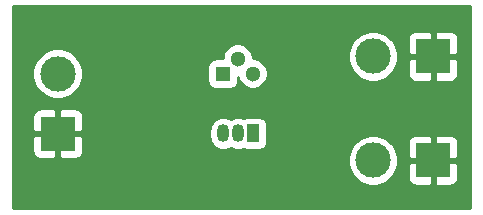
<source format=gbr>
G04 #@! TF.GenerationSoftware,KiCad,Pcbnew,(5.1.5)-3*
G04 #@! TF.CreationDate,2020-12-11T12:36:31+02:00*
G04 #@! TF.ProjectId,Single_transistor_AMP,53696e67-6c65-45f7-9472-616e73697374,V1.0*
G04 #@! TF.SameCoordinates,Original*
G04 #@! TF.FileFunction,Copper,L2,Bot*
G04 #@! TF.FilePolarity,Positive*
%FSLAX46Y46*%
G04 Gerber Fmt 4.6, Leading zero omitted, Abs format (unit mm)*
G04 Created by KiCad (PCBNEW (5.1.5)-3) date 2020-12-11 12:36:31*
%MOMM*%
%LPD*%
G04 APERTURE LIST*
%ADD10R,3.000000X3.000000*%
%ADD11C,3.000000*%
%ADD12C,1.300000*%
%ADD13R,1.300000X1.300000*%
%ADD14O,1.050000X1.500000*%
%ADD15R,1.050000X1.500000*%
%ADD16C,0.800000*%
%ADD17C,0.254000*%
G04 APERTURE END LIST*
D10*
X120650000Y-85090000D03*
D11*
X120650000Y-80010000D03*
X147345000Y-78550000D03*
D10*
X152425000Y-78550000D03*
X152425000Y-87350000D03*
D11*
X147345000Y-87350000D03*
D12*
X135890000Y-78740000D03*
X137160000Y-80010000D03*
D13*
X134620000Y-80010000D03*
D14*
X135930000Y-85075000D03*
X134660000Y-85075000D03*
D15*
X137200000Y-85075000D03*
D16*
X140335000Y-82550000D03*
X133350000Y-82550000D03*
X144780000Y-88900000D03*
D17*
G36*
X155550001Y-91415000D02*
G01*
X116865000Y-91415000D01*
X116865000Y-86590000D01*
X118511928Y-86590000D01*
X118524188Y-86714482D01*
X118560498Y-86834180D01*
X118619463Y-86944494D01*
X118698815Y-87041185D01*
X118795506Y-87120537D01*
X118905820Y-87179502D01*
X119025518Y-87215812D01*
X119150000Y-87228072D01*
X120364250Y-87225000D01*
X120523000Y-87066250D01*
X120523000Y-85217000D01*
X120777000Y-85217000D01*
X120777000Y-87066250D01*
X120935750Y-87225000D01*
X122150000Y-87228072D01*
X122274482Y-87215812D01*
X122394180Y-87179502D01*
X122468603Y-87139721D01*
X145210000Y-87139721D01*
X145210000Y-87560279D01*
X145292047Y-87972756D01*
X145452988Y-88361302D01*
X145686637Y-88710983D01*
X145984017Y-89008363D01*
X146333698Y-89242012D01*
X146722244Y-89402953D01*
X147134721Y-89485000D01*
X147555279Y-89485000D01*
X147967756Y-89402953D01*
X148356302Y-89242012D01*
X148705983Y-89008363D01*
X148864346Y-88850000D01*
X150286928Y-88850000D01*
X150299188Y-88974482D01*
X150335498Y-89094180D01*
X150394463Y-89204494D01*
X150473815Y-89301185D01*
X150570506Y-89380537D01*
X150680820Y-89439502D01*
X150800518Y-89475812D01*
X150925000Y-89488072D01*
X152139250Y-89485000D01*
X152298000Y-89326250D01*
X152298000Y-87477000D01*
X152552000Y-87477000D01*
X152552000Y-89326250D01*
X152710750Y-89485000D01*
X153925000Y-89488072D01*
X154049482Y-89475812D01*
X154169180Y-89439502D01*
X154279494Y-89380537D01*
X154376185Y-89301185D01*
X154455537Y-89204494D01*
X154514502Y-89094180D01*
X154550812Y-88974482D01*
X154563072Y-88850000D01*
X154560000Y-87635750D01*
X154401250Y-87477000D01*
X152552000Y-87477000D01*
X152298000Y-87477000D01*
X150448750Y-87477000D01*
X150290000Y-87635750D01*
X150286928Y-88850000D01*
X148864346Y-88850000D01*
X149003363Y-88710983D01*
X149237012Y-88361302D01*
X149397953Y-87972756D01*
X149480000Y-87560279D01*
X149480000Y-87139721D01*
X149397953Y-86727244D01*
X149237012Y-86338698D01*
X149003363Y-85989017D01*
X148864346Y-85850000D01*
X150286928Y-85850000D01*
X150290000Y-87064250D01*
X150448750Y-87223000D01*
X152298000Y-87223000D01*
X152298000Y-85373750D01*
X152552000Y-85373750D01*
X152552000Y-87223000D01*
X154401250Y-87223000D01*
X154560000Y-87064250D01*
X154563072Y-85850000D01*
X154550812Y-85725518D01*
X154514502Y-85605820D01*
X154455537Y-85495506D01*
X154376185Y-85398815D01*
X154279494Y-85319463D01*
X154169180Y-85260498D01*
X154049482Y-85224188D01*
X153925000Y-85211928D01*
X152710750Y-85215000D01*
X152552000Y-85373750D01*
X152298000Y-85373750D01*
X152139250Y-85215000D01*
X150925000Y-85211928D01*
X150800518Y-85224188D01*
X150680820Y-85260498D01*
X150570506Y-85319463D01*
X150473815Y-85398815D01*
X150394463Y-85495506D01*
X150335498Y-85605820D01*
X150299188Y-85725518D01*
X150286928Y-85850000D01*
X148864346Y-85850000D01*
X148705983Y-85691637D01*
X148356302Y-85457988D01*
X147967756Y-85297047D01*
X147555279Y-85215000D01*
X147134721Y-85215000D01*
X146722244Y-85297047D01*
X146333698Y-85457988D01*
X145984017Y-85691637D01*
X145686637Y-85989017D01*
X145452988Y-86338698D01*
X145292047Y-86727244D01*
X145210000Y-87139721D01*
X122468603Y-87139721D01*
X122504494Y-87120537D01*
X122601185Y-87041185D01*
X122680537Y-86944494D01*
X122739502Y-86834180D01*
X122775812Y-86714482D01*
X122788072Y-86590000D01*
X122785000Y-85375750D01*
X122626250Y-85217000D01*
X120777000Y-85217000D01*
X120523000Y-85217000D01*
X118673750Y-85217000D01*
X118515000Y-85375750D01*
X118511928Y-86590000D01*
X116865000Y-86590000D01*
X116865000Y-83590000D01*
X118511928Y-83590000D01*
X118515000Y-84804250D01*
X118673750Y-84963000D01*
X120523000Y-84963000D01*
X120523000Y-83113750D01*
X120777000Y-83113750D01*
X120777000Y-84963000D01*
X122626250Y-84963000D01*
X122785000Y-84804250D01*
X122785028Y-84793021D01*
X133500000Y-84793021D01*
X133500000Y-85356978D01*
X133516785Y-85527399D01*
X133583115Y-85746059D01*
X133690829Y-85947578D01*
X133835788Y-86124212D01*
X134012421Y-86269171D01*
X134213940Y-86376885D01*
X134432600Y-86443215D01*
X134660000Y-86465612D01*
X134887399Y-86443215D01*
X135106059Y-86376885D01*
X135295000Y-86275894D01*
X135483940Y-86376885D01*
X135702600Y-86443215D01*
X135930000Y-86465612D01*
X136157399Y-86443215D01*
X136366098Y-86379907D01*
X136430820Y-86414502D01*
X136550518Y-86450812D01*
X136675000Y-86463072D01*
X137725000Y-86463072D01*
X137849482Y-86450812D01*
X137969180Y-86414502D01*
X138079494Y-86355537D01*
X138176185Y-86276185D01*
X138255537Y-86179494D01*
X138314502Y-86069180D01*
X138350812Y-85949482D01*
X138363072Y-85825000D01*
X138363072Y-84325000D01*
X138350812Y-84200518D01*
X138314502Y-84080820D01*
X138255537Y-83970506D01*
X138176185Y-83873815D01*
X138079494Y-83794463D01*
X137969180Y-83735498D01*
X137849482Y-83699188D01*
X137725000Y-83686928D01*
X136675000Y-83686928D01*
X136550518Y-83699188D01*
X136430820Y-83735498D01*
X136366098Y-83770093D01*
X136157400Y-83706785D01*
X135930000Y-83684388D01*
X135702601Y-83706785D01*
X135483941Y-83773115D01*
X135295001Y-83874106D01*
X135106060Y-83773115D01*
X134887400Y-83706785D01*
X134660000Y-83684388D01*
X134432601Y-83706785D01*
X134213941Y-83773115D01*
X134012422Y-83880829D01*
X133835789Y-84025788D01*
X133690830Y-84202421D01*
X133583115Y-84403940D01*
X133516785Y-84622600D01*
X133500000Y-84793021D01*
X122785028Y-84793021D01*
X122788072Y-83590000D01*
X122775812Y-83465518D01*
X122739502Y-83345820D01*
X122680537Y-83235506D01*
X122601185Y-83138815D01*
X122504494Y-83059463D01*
X122394180Y-83000498D01*
X122274482Y-82964188D01*
X122150000Y-82951928D01*
X120935750Y-82955000D01*
X120777000Y-83113750D01*
X120523000Y-83113750D01*
X120364250Y-82955000D01*
X119150000Y-82951928D01*
X119025518Y-82964188D01*
X118905820Y-83000498D01*
X118795506Y-83059463D01*
X118698815Y-83138815D01*
X118619463Y-83235506D01*
X118560498Y-83345820D01*
X118524188Y-83465518D01*
X118511928Y-83590000D01*
X116865000Y-83590000D01*
X116865000Y-79799721D01*
X118515000Y-79799721D01*
X118515000Y-80220279D01*
X118597047Y-80632756D01*
X118757988Y-81021302D01*
X118991637Y-81370983D01*
X119289017Y-81668363D01*
X119638698Y-81902012D01*
X120027244Y-82062953D01*
X120439721Y-82145000D01*
X120860279Y-82145000D01*
X121272756Y-82062953D01*
X121661302Y-81902012D01*
X122010983Y-81668363D01*
X122308363Y-81370983D01*
X122542012Y-81021302D01*
X122702953Y-80632756D01*
X122785000Y-80220279D01*
X122785000Y-79799721D01*
X122702953Y-79387244D01*
X122691669Y-79360000D01*
X133331928Y-79360000D01*
X133331928Y-80660000D01*
X133344188Y-80784482D01*
X133380498Y-80904180D01*
X133439463Y-81014494D01*
X133518815Y-81111185D01*
X133615506Y-81190537D01*
X133725820Y-81249502D01*
X133845518Y-81285812D01*
X133970000Y-81298072D01*
X135270000Y-81298072D01*
X135394482Y-81285812D01*
X135514180Y-81249502D01*
X135624494Y-81190537D01*
X135721185Y-81111185D01*
X135800537Y-81014494D01*
X135859502Y-80904180D01*
X135895812Y-80784482D01*
X135908072Y-80660000D01*
X135908072Y-80302828D01*
X135924381Y-80384821D01*
X136021247Y-80618676D01*
X136161875Y-80829140D01*
X136340860Y-81008125D01*
X136551324Y-81148753D01*
X136785179Y-81245619D01*
X137033439Y-81295000D01*
X137286561Y-81295000D01*
X137534821Y-81245619D01*
X137768676Y-81148753D01*
X137979140Y-81008125D01*
X138158125Y-80829140D01*
X138298753Y-80618676D01*
X138395619Y-80384821D01*
X138445000Y-80136561D01*
X138445000Y-79883439D01*
X138395619Y-79635179D01*
X138298753Y-79401324D01*
X138158125Y-79190860D01*
X137979140Y-79011875D01*
X137768676Y-78871247D01*
X137534821Y-78774381D01*
X137286561Y-78725000D01*
X137175000Y-78725000D01*
X137175000Y-78613439D01*
X137125619Y-78365179D01*
X137115074Y-78339721D01*
X145210000Y-78339721D01*
X145210000Y-78760279D01*
X145292047Y-79172756D01*
X145452988Y-79561302D01*
X145686637Y-79910983D01*
X145984017Y-80208363D01*
X146333698Y-80442012D01*
X146722244Y-80602953D01*
X147134721Y-80685000D01*
X147555279Y-80685000D01*
X147967756Y-80602953D01*
X148356302Y-80442012D01*
X148705983Y-80208363D01*
X148864346Y-80050000D01*
X150286928Y-80050000D01*
X150299188Y-80174482D01*
X150335498Y-80294180D01*
X150394463Y-80404494D01*
X150473815Y-80501185D01*
X150570506Y-80580537D01*
X150680820Y-80639502D01*
X150800518Y-80675812D01*
X150925000Y-80688072D01*
X152139250Y-80685000D01*
X152298000Y-80526250D01*
X152298000Y-78677000D01*
X152552000Y-78677000D01*
X152552000Y-80526250D01*
X152710750Y-80685000D01*
X153925000Y-80688072D01*
X154049482Y-80675812D01*
X154169180Y-80639502D01*
X154279494Y-80580537D01*
X154376185Y-80501185D01*
X154455537Y-80404494D01*
X154514502Y-80294180D01*
X154550812Y-80174482D01*
X154563072Y-80050000D01*
X154560000Y-78835750D01*
X154401250Y-78677000D01*
X152552000Y-78677000D01*
X152298000Y-78677000D01*
X150448750Y-78677000D01*
X150290000Y-78835750D01*
X150286928Y-80050000D01*
X148864346Y-80050000D01*
X149003363Y-79910983D01*
X149237012Y-79561302D01*
X149397953Y-79172756D01*
X149480000Y-78760279D01*
X149480000Y-78339721D01*
X149397953Y-77927244D01*
X149237012Y-77538698D01*
X149003363Y-77189017D01*
X148864346Y-77050000D01*
X150286928Y-77050000D01*
X150290000Y-78264250D01*
X150448750Y-78423000D01*
X152298000Y-78423000D01*
X152298000Y-76573750D01*
X152552000Y-76573750D01*
X152552000Y-78423000D01*
X154401250Y-78423000D01*
X154560000Y-78264250D01*
X154563072Y-77050000D01*
X154550812Y-76925518D01*
X154514502Y-76805820D01*
X154455537Y-76695506D01*
X154376185Y-76598815D01*
X154279494Y-76519463D01*
X154169180Y-76460498D01*
X154049482Y-76424188D01*
X153925000Y-76411928D01*
X152710750Y-76415000D01*
X152552000Y-76573750D01*
X152298000Y-76573750D01*
X152139250Y-76415000D01*
X150925000Y-76411928D01*
X150800518Y-76424188D01*
X150680820Y-76460498D01*
X150570506Y-76519463D01*
X150473815Y-76598815D01*
X150394463Y-76695506D01*
X150335498Y-76805820D01*
X150299188Y-76925518D01*
X150286928Y-77050000D01*
X148864346Y-77050000D01*
X148705983Y-76891637D01*
X148356302Y-76657988D01*
X147967756Y-76497047D01*
X147555279Y-76415000D01*
X147134721Y-76415000D01*
X146722244Y-76497047D01*
X146333698Y-76657988D01*
X145984017Y-76891637D01*
X145686637Y-77189017D01*
X145452988Y-77538698D01*
X145292047Y-77927244D01*
X145210000Y-78339721D01*
X137115074Y-78339721D01*
X137028753Y-78131324D01*
X136888125Y-77920860D01*
X136709140Y-77741875D01*
X136498676Y-77601247D01*
X136264821Y-77504381D01*
X136016561Y-77455000D01*
X135763439Y-77455000D01*
X135515179Y-77504381D01*
X135281324Y-77601247D01*
X135070860Y-77741875D01*
X134891875Y-77920860D01*
X134751247Y-78131324D01*
X134654381Y-78365179D01*
X134605000Y-78613439D01*
X134605000Y-78721928D01*
X133970000Y-78721928D01*
X133845518Y-78734188D01*
X133725820Y-78770498D01*
X133615506Y-78829463D01*
X133518815Y-78908815D01*
X133439463Y-79005506D01*
X133380498Y-79115820D01*
X133344188Y-79235518D01*
X133331928Y-79360000D01*
X122691669Y-79360000D01*
X122542012Y-78998698D01*
X122308363Y-78649017D01*
X122010983Y-78351637D01*
X121661302Y-78117988D01*
X121272756Y-77957047D01*
X120860279Y-77875000D01*
X120439721Y-77875000D01*
X120027244Y-77957047D01*
X119638698Y-78117988D01*
X119289017Y-78351637D01*
X118991637Y-78649017D01*
X118757988Y-78998698D01*
X118597047Y-79387244D01*
X118515000Y-79799721D01*
X116865000Y-79799721D01*
X116865000Y-74320000D01*
X155550000Y-74320000D01*
X155550001Y-91415000D01*
G37*
X155550001Y-91415000D02*
X116865000Y-91415000D01*
X116865000Y-86590000D01*
X118511928Y-86590000D01*
X118524188Y-86714482D01*
X118560498Y-86834180D01*
X118619463Y-86944494D01*
X118698815Y-87041185D01*
X118795506Y-87120537D01*
X118905820Y-87179502D01*
X119025518Y-87215812D01*
X119150000Y-87228072D01*
X120364250Y-87225000D01*
X120523000Y-87066250D01*
X120523000Y-85217000D01*
X120777000Y-85217000D01*
X120777000Y-87066250D01*
X120935750Y-87225000D01*
X122150000Y-87228072D01*
X122274482Y-87215812D01*
X122394180Y-87179502D01*
X122468603Y-87139721D01*
X145210000Y-87139721D01*
X145210000Y-87560279D01*
X145292047Y-87972756D01*
X145452988Y-88361302D01*
X145686637Y-88710983D01*
X145984017Y-89008363D01*
X146333698Y-89242012D01*
X146722244Y-89402953D01*
X147134721Y-89485000D01*
X147555279Y-89485000D01*
X147967756Y-89402953D01*
X148356302Y-89242012D01*
X148705983Y-89008363D01*
X148864346Y-88850000D01*
X150286928Y-88850000D01*
X150299188Y-88974482D01*
X150335498Y-89094180D01*
X150394463Y-89204494D01*
X150473815Y-89301185D01*
X150570506Y-89380537D01*
X150680820Y-89439502D01*
X150800518Y-89475812D01*
X150925000Y-89488072D01*
X152139250Y-89485000D01*
X152298000Y-89326250D01*
X152298000Y-87477000D01*
X152552000Y-87477000D01*
X152552000Y-89326250D01*
X152710750Y-89485000D01*
X153925000Y-89488072D01*
X154049482Y-89475812D01*
X154169180Y-89439502D01*
X154279494Y-89380537D01*
X154376185Y-89301185D01*
X154455537Y-89204494D01*
X154514502Y-89094180D01*
X154550812Y-88974482D01*
X154563072Y-88850000D01*
X154560000Y-87635750D01*
X154401250Y-87477000D01*
X152552000Y-87477000D01*
X152298000Y-87477000D01*
X150448750Y-87477000D01*
X150290000Y-87635750D01*
X150286928Y-88850000D01*
X148864346Y-88850000D01*
X149003363Y-88710983D01*
X149237012Y-88361302D01*
X149397953Y-87972756D01*
X149480000Y-87560279D01*
X149480000Y-87139721D01*
X149397953Y-86727244D01*
X149237012Y-86338698D01*
X149003363Y-85989017D01*
X148864346Y-85850000D01*
X150286928Y-85850000D01*
X150290000Y-87064250D01*
X150448750Y-87223000D01*
X152298000Y-87223000D01*
X152298000Y-85373750D01*
X152552000Y-85373750D01*
X152552000Y-87223000D01*
X154401250Y-87223000D01*
X154560000Y-87064250D01*
X154563072Y-85850000D01*
X154550812Y-85725518D01*
X154514502Y-85605820D01*
X154455537Y-85495506D01*
X154376185Y-85398815D01*
X154279494Y-85319463D01*
X154169180Y-85260498D01*
X154049482Y-85224188D01*
X153925000Y-85211928D01*
X152710750Y-85215000D01*
X152552000Y-85373750D01*
X152298000Y-85373750D01*
X152139250Y-85215000D01*
X150925000Y-85211928D01*
X150800518Y-85224188D01*
X150680820Y-85260498D01*
X150570506Y-85319463D01*
X150473815Y-85398815D01*
X150394463Y-85495506D01*
X150335498Y-85605820D01*
X150299188Y-85725518D01*
X150286928Y-85850000D01*
X148864346Y-85850000D01*
X148705983Y-85691637D01*
X148356302Y-85457988D01*
X147967756Y-85297047D01*
X147555279Y-85215000D01*
X147134721Y-85215000D01*
X146722244Y-85297047D01*
X146333698Y-85457988D01*
X145984017Y-85691637D01*
X145686637Y-85989017D01*
X145452988Y-86338698D01*
X145292047Y-86727244D01*
X145210000Y-87139721D01*
X122468603Y-87139721D01*
X122504494Y-87120537D01*
X122601185Y-87041185D01*
X122680537Y-86944494D01*
X122739502Y-86834180D01*
X122775812Y-86714482D01*
X122788072Y-86590000D01*
X122785000Y-85375750D01*
X122626250Y-85217000D01*
X120777000Y-85217000D01*
X120523000Y-85217000D01*
X118673750Y-85217000D01*
X118515000Y-85375750D01*
X118511928Y-86590000D01*
X116865000Y-86590000D01*
X116865000Y-83590000D01*
X118511928Y-83590000D01*
X118515000Y-84804250D01*
X118673750Y-84963000D01*
X120523000Y-84963000D01*
X120523000Y-83113750D01*
X120777000Y-83113750D01*
X120777000Y-84963000D01*
X122626250Y-84963000D01*
X122785000Y-84804250D01*
X122785028Y-84793021D01*
X133500000Y-84793021D01*
X133500000Y-85356978D01*
X133516785Y-85527399D01*
X133583115Y-85746059D01*
X133690829Y-85947578D01*
X133835788Y-86124212D01*
X134012421Y-86269171D01*
X134213940Y-86376885D01*
X134432600Y-86443215D01*
X134660000Y-86465612D01*
X134887399Y-86443215D01*
X135106059Y-86376885D01*
X135295000Y-86275894D01*
X135483940Y-86376885D01*
X135702600Y-86443215D01*
X135930000Y-86465612D01*
X136157399Y-86443215D01*
X136366098Y-86379907D01*
X136430820Y-86414502D01*
X136550518Y-86450812D01*
X136675000Y-86463072D01*
X137725000Y-86463072D01*
X137849482Y-86450812D01*
X137969180Y-86414502D01*
X138079494Y-86355537D01*
X138176185Y-86276185D01*
X138255537Y-86179494D01*
X138314502Y-86069180D01*
X138350812Y-85949482D01*
X138363072Y-85825000D01*
X138363072Y-84325000D01*
X138350812Y-84200518D01*
X138314502Y-84080820D01*
X138255537Y-83970506D01*
X138176185Y-83873815D01*
X138079494Y-83794463D01*
X137969180Y-83735498D01*
X137849482Y-83699188D01*
X137725000Y-83686928D01*
X136675000Y-83686928D01*
X136550518Y-83699188D01*
X136430820Y-83735498D01*
X136366098Y-83770093D01*
X136157400Y-83706785D01*
X135930000Y-83684388D01*
X135702601Y-83706785D01*
X135483941Y-83773115D01*
X135295001Y-83874106D01*
X135106060Y-83773115D01*
X134887400Y-83706785D01*
X134660000Y-83684388D01*
X134432601Y-83706785D01*
X134213941Y-83773115D01*
X134012422Y-83880829D01*
X133835789Y-84025788D01*
X133690830Y-84202421D01*
X133583115Y-84403940D01*
X133516785Y-84622600D01*
X133500000Y-84793021D01*
X122785028Y-84793021D01*
X122788072Y-83590000D01*
X122775812Y-83465518D01*
X122739502Y-83345820D01*
X122680537Y-83235506D01*
X122601185Y-83138815D01*
X122504494Y-83059463D01*
X122394180Y-83000498D01*
X122274482Y-82964188D01*
X122150000Y-82951928D01*
X120935750Y-82955000D01*
X120777000Y-83113750D01*
X120523000Y-83113750D01*
X120364250Y-82955000D01*
X119150000Y-82951928D01*
X119025518Y-82964188D01*
X118905820Y-83000498D01*
X118795506Y-83059463D01*
X118698815Y-83138815D01*
X118619463Y-83235506D01*
X118560498Y-83345820D01*
X118524188Y-83465518D01*
X118511928Y-83590000D01*
X116865000Y-83590000D01*
X116865000Y-79799721D01*
X118515000Y-79799721D01*
X118515000Y-80220279D01*
X118597047Y-80632756D01*
X118757988Y-81021302D01*
X118991637Y-81370983D01*
X119289017Y-81668363D01*
X119638698Y-81902012D01*
X120027244Y-82062953D01*
X120439721Y-82145000D01*
X120860279Y-82145000D01*
X121272756Y-82062953D01*
X121661302Y-81902012D01*
X122010983Y-81668363D01*
X122308363Y-81370983D01*
X122542012Y-81021302D01*
X122702953Y-80632756D01*
X122785000Y-80220279D01*
X122785000Y-79799721D01*
X122702953Y-79387244D01*
X122691669Y-79360000D01*
X133331928Y-79360000D01*
X133331928Y-80660000D01*
X133344188Y-80784482D01*
X133380498Y-80904180D01*
X133439463Y-81014494D01*
X133518815Y-81111185D01*
X133615506Y-81190537D01*
X133725820Y-81249502D01*
X133845518Y-81285812D01*
X133970000Y-81298072D01*
X135270000Y-81298072D01*
X135394482Y-81285812D01*
X135514180Y-81249502D01*
X135624494Y-81190537D01*
X135721185Y-81111185D01*
X135800537Y-81014494D01*
X135859502Y-80904180D01*
X135895812Y-80784482D01*
X135908072Y-80660000D01*
X135908072Y-80302828D01*
X135924381Y-80384821D01*
X136021247Y-80618676D01*
X136161875Y-80829140D01*
X136340860Y-81008125D01*
X136551324Y-81148753D01*
X136785179Y-81245619D01*
X137033439Y-81295000D01*
X137286561Y-81295000D01*
X137534821Y-81245619D01*
X137768676Y-81148753D01*
X137979140Y-81008125D01*
X138158125Y-80829140D01*
X138298753Y-80618676D01*
X138395619Y-80384821D01*
X138445000Y-80136561D01*
X138445000Y-79883439D01*
X138395619Y-79635179D01*
X138298753Y-79401324D01*
X138158125Y-79190860D01*
X137979140Y-79011875D01*
X137768676Y-78871247D01*
X137534821Y-78774381D01*
X137286561Y-78725000D01*
X137175000Y-78725000D01*
X137175000Y-78613439D01*
X137125619Y-78365179D01*
X137115074Y-78339721D01*
X145210000Y-78339721D01*
X145210000Y-78760279D01*
X145292047Y-79172756D01*
X145452988Y-79561302D01*
X145686637Y-79910983D01*
X145984017Y-80208363D01*
X146333698Y-80442012D01*
X146722244Y-80602953D01*
X147134721Y-80685000D01*
X147555279Y-80685000D01*
X147967756Y-80602953D01*
X148356302Y-80442012D01*
X148705983Y-80208363D01*
X148864346Y-80050000D01*
X150286928Y-80050000D01*
X150299188Y-80174482D01*
X150335498Y-80294180D01*
X150394463Y-80404494D01*
X150473815Y-80501185D01*
X150570506Y-80580537D01*
X150680820Y-80639502D01*
X150800518Y-80675812D01*
X150925000Y-80688072D01*
X152139250Y-80685000D01*
X152298000Y-80526250D01*
X152298000Y-78677000D01*
X152552000Y-78677000D01*
X152552000Y-80526250D01*
X152710750Y-80685000D01*
X153925000Y-80688072D01*
X154049482Y-80675812D01*
X154169180Y-80639502D01*
X154279494Y-80580537D01*
X154376185Y-80501185D01*
X154455537Y-80404494D01*
X154514502Y-80294180D01*
X154550812Y-80174482D01*
X154563072Y-80050000D01*
X154560000Y-78835750D01*
X154401250Y-78677000D01*
X152552000Y-78677000D01*
X152298000Y-78677000D01*
X150448750Y-78677000D01*
X150290000Y-78835750D01*
X150286928Y-80050000D01*
X148864346Y-80050000D01*
X149003363Y-79910983D01*
X149237012Y-79561302D01*
X149397953Y-79172756D01*
X149480000Y-78760279D01*
X149480000Y-78339721D01*
X149397953Y-77927244D01*
X149237012Y-77538698D01*
X149003363Y-77189017D01*
X148864346Y-77050000D01*
X150286928Y-77050000D01*
X150290000Y-78264250D01*
X150448750Y-78423000D01*
X152298000Y-78423000D01*
X152298000Y-76573750D01*
X152552000Y-76573750D01*
X152552000Y-78423000D01*
X154401250Y-78423000D01*
X154560000Y-78264250D01*
X154563072Y-77050000D01*
X154550812Y-76925518D01*
X154514502Y-76805820D01*
X154455537Y-76695506D01*
X154376185Y-76598815D01*
X154279494Y-76519463D01*
X154169180Y-76460498D01*
X154049482Y-76424188D01*
X153925000Y-76411928D01*
X152710750Y-76415000D01*
X152552000Y-76573750D01*
X152298000Y-76573750D01*
X152139250Y-76415000D01*
X150925000Y-76411928D01*
X150800518Y-76424188D01*
X150680820Y-76460498D01*
X150570506Y-76519463D01*
X150473815Y-76598815D01*
X150394463Y-76695506D01*
X150335498Y-76805820D01*
X150299188Y-76925518D01*
X150286928Y-77050000D01*
X148864346Y-77050000D01*
X148705983Y-76891637D01*
X148356302Y-76657988D01*
X147967756Y-76497047D01*
X147555279Y-76415000D01*
X147134721Y-76415000D01*
X146722244Y-76497047D01*
X146333698Y-76657988D01*
X145984017Y-76891637D01*
X145686637Y-77189017D01*
X145452988Y-77538698D01*
X145292047Y-77927244D01*
X145210000Y-78339721D01*
X137115074Y-78339721D01*
X137028753Y-78131324D01*
X136888125Y-77920860D01*
X136709140Y-77741875D01*
X136498676Y-77601247D01*
X136264821Y-77504381D01*
X136016561Y-77455000D01*
X135763439Y-77455000D01*
X135515179Y-77504381D01*
X135281324Y-77601247D01*
X135070860Y-77741875D01*
X134891875Y-77920860D01*
X134751247Y-78131324D01*
X134654381Y-78365179D01*
X134605000Y-78613439D01*
X134605000Y-78721928D01*
X133970000Y-78721928D01*
X133845518Y-78734188D01*
X133725820Y-78770498D01*
X133615506Y-78829463D01*
X133518815Y-78908815D01*
X133439463Y-79005506D01*
X133380498Y-79115820D01*
X133344188Y-79235518D01*
X133331928Y-79360000D01*
X122691669Y-79360000D01*
X122542012Y-78998698D01*
X122308363Y-78649017D01*
X122010983Y-78351637D01*
X121661302Y-78117988D01*
X121272756Y-77957047D01*
X120860279Y-77875000D01*
X120439721Y-77875000D01*
X120027244Y-77957047D01*
X119638698Y-78117988D01*
X119289017Y-78351637D01*
X118991637Y-78649017D01*
X118757988Y-78998698D01*
X118597047Y-79387244D01*
X118515000Y-79799721D01*
X116865000Y-79799721D01*
X116865000Y-74320000D01*
X155550000Y-74320000D01*
X155550001Y-91415000D01*
M02*

</source>
